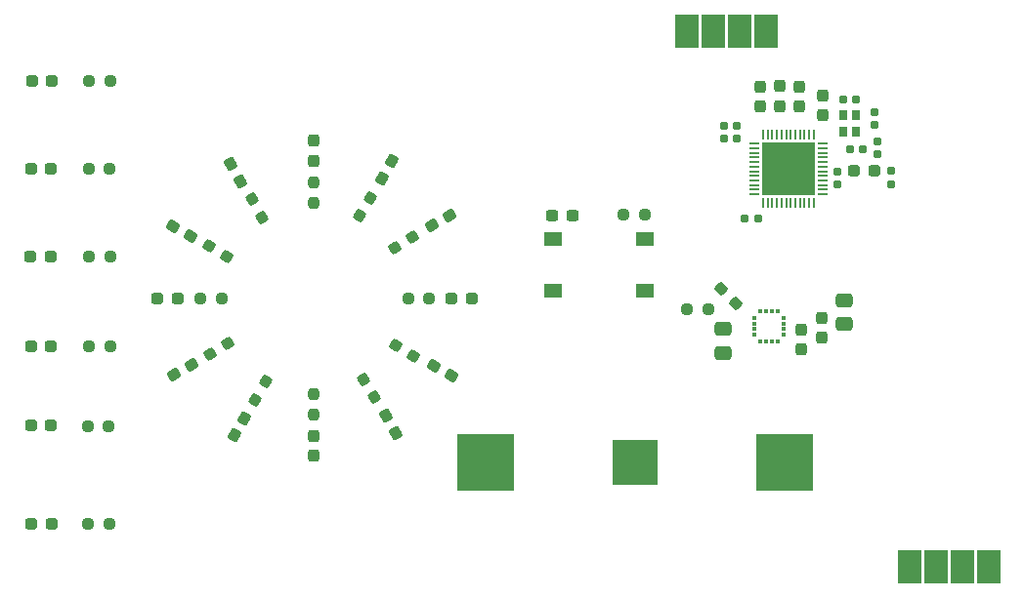
<source format=gbr>
%TF.GenerationSoftware,KiCad,Pcbnew,7.0.6*%
%TF.CreationDate,2024-12-04T01:06:54+01:00*%
%TF.ProjectId,nRF52832_visitcard,6e524635-3238-4333-925f-766973697463,v0.1*%
%TF.SameCoordinates,Original*%
%TF.FileFunction,Soldermask,Top*%
%TF.FilePolarity,Negative*%
%FSLAX46Y46*%
G04 Gerber Fmt 4.6, Leading zero omitted, Abs format (unit mm)*
G04 Created by KiCad (PCBNEW 7.0.6) date 2024-12-04 01:06:54*
%MOMM*%
%LPD*%
G01*
G04 APERTURE LIST*
G04 Aperture macros list*
%AMRoundRect*
0 Rectangle with rounded corners*
0 $1 Rounding radius*
0 $2 $3 $4 $5 $6 $7 $8 $9 X,Y pos of 4 corners*
0 Add a 4 corners polygon primitive as box body*
4,1,4,$2,$3,$4,$5,$6,$7,$8,$9,$2,$3,0*
0 Add four circle primitives for the rounded corners*
1,1,$1+$1,$2,$3*
1,1,$1+$1,$4,$5*
1,1,$1+$1,$6,$7*
1,1,$1+$1,$8,$9*
0 Add four rect primitives between the rounded corners*
20,1,$1+$1,$2,$3,$4,$5,0*
20,1,$1+$1,$4,$5,$6,$7,0*
20,1,$1+$1,$6,$7,$8,$9,0*
20,1,$1+$1,$8,$9,$2,$3,0*%
G04 Aperture macros list end*
%ADD10R,0.450000X0.300000*%
%ADD11R,0.300000X0.450000*%
%ADD12RoundRect,0.250000X-0.475000X0.337500X-0.475000X-0.337500X0.475000X-0.337500X0.475000X0.337500X0*%
%ADD13RoundRect,0.237500X0.344715X-0.008839X-0.008839X0.344715X-0.344715X0.008839X0.008839X-0.344715X0*%
%ADD14RoundRect,0.237500X-0.237500X0.250000X-0.237500X-0.250000X0.237500X-0.250000X0.237500X0.250000X0*%
%ADD15RoundRect,0.237500X0.237500X-0.250000X0.237500X0.250000X-0.237500X0.250000X-0.237500X-0.250000X0*%
%ADD16RoundRect,0.155000X-0.155000X0.212500X-0.155000X-0.212500X0.155000X-0.212500X0.155000X0.212500X0*%
%ADD17R,4.600000X4.600000*%
%ADD18RoundRect,0.050000X-0.050000X-0.350000X0.050000X-0.350000X0.050000X0.350000X-0.050000X0.350000X0*%
%ADD19RoundRect,0.050000X-0.350000X-0.050000X0.350000X-0.050000X0.350000X0.050000X-0.350000X0.050000X0*%
%ADD20RoundRect,0.237500X-0.130232X-0.349431X0.367732X-0.061931X0.130232X0.349431X-0.367732X0.061931X0*%
%ADD21RoundRect,0.237500X0.250000X0.237500X-0.250000X0.237500X-0.250000X-0.237500X0.250000X-0.237500X0*%
%ADD22RoundRect,0.237500X-0.287500X-0.237500X0.287500X-0.237500X0.287500X0.237500X-0.287500X0.237500X0*%
%ADD23RoundRect,0.237500X-0.250000X-0.237500X0.250000X-0.237500X0.250000X0.237500X-0.250000X0.237500X0*%
%ADD24RoundRect,0.237500X0.237500X-0.300000X0.237500X0.300000X-0.237500X0.300000X-0.237500X-0.300000X0*%
%ADD25RoundRect,0.237500X-0.330681X0.097756X-0.080681X-0.335256X0.330681X-0.097756X0.080681X0.335256X0*%
%ADD26RoundRect,0.155000X0.155000X-0.212500X0.155000X0.212500X-0.155000X0.212500X-0.155000X-0.212500X0*%
%ADD27RoundRect,0.237500X-0.237500X0.287500X-0.237500X-0.287500X0.237500X-0.287500X0.237500X0.287500X0*%
%ADD28RoundRect,0.237500X0.237500X-0.287500X0.237500X0.287500X-0.237500X0.287500X-0.237500X-0.287500X0*%
%ADD29RoundRect,0.237500X0.349431X-0.130232X0.061931X0.367732X-0.349431X0.130232X-0.061931X-0.367732X0*%
%ADD30RoundRect,0.237500X0.287500X0.237500X-0.287500X0.237500X-0.287500X-0.237500X0.287500X-0.237500X0*%
%ADD31RoundRect,0.237500X-0.335256X-0.080681X0.097756X-0.330681X0.335256X0.080681X-0.097756X0.330681X0*%
%ADD32RoundRect,0.237500X-0.237500X0.300000X-0.237500X-0.300000X0.237500X-0.300000X0.237500X0.300000X0*%
%ADD33R,0.800000X0.900000*%
%ADD34RoundRect,0.237500X0.335256X0.080681X-0.097756X0.330681X-0.335256X-0.080681X0.097756X-0.330681X0*%
%ADD35R,2.000000X3.000000*%
%ADD36RoundRect,0.155000X0.212500X0.155000X-0.212500X0.155000X-0.212500X-0.155000X0.212500X-0.155000X0*%
%ADD37RoundRect,0.237500X0.367732X0.061931X-0.130232X0.349431X-0.367732X-0.061931X0.130232X-0.349431X0*%
%ADD38RoundRect,0.237500X0.061931X-0.367732X0.349431X0.130232X-0.061931X0.367732X-0.349431X-0.130232X0*%
%ADD39RoundRect,0.237500X-0.080681X0.335256X-0.330681X-0.097756X0.080681X-0.335256X0.330681X0.097756X0*%
%ADD40RoundRect,0.237500X-0.367732X-0.061931X0.130232X-0.349431X0.367732X0.061931X-0.130232X0.349431X0*%
%ADD41RoundRect,0.155000X-0.212500X-0.155000X0.212500X-0.155000X0.212500X0.155000X-0.212500X0.155000X0*%
%ADD42RoundRect,0.237500X-0.061931X0.367732X-0.349431X-0.130232X0.061931X-0.367732X0.349431X0.130232X0*%
%ADD43RoundRect,0.237500X-0.300000X-0.237500X0.300000X-0.237500X0.300000X0.237500X-0.300000X0.237500X0*%
%ADD44RoundRect,0.237500X0.097756X0.330681X-0.335256X0.080681X-0.097756X-0.330681X0.335256X-0.080681X0*%
%ADD45RoundRect,0.237500X-0.349431X0.130232X-0.061931X-0.367732X0.349431X-0.130232X0.061931X0.367732X0*%
%ADD46RoundRect,0.237500X0.130232X0.349431X-0.367732X0.061931X-0.130232X-0.349431X0.367732X-0.061931X0*%
%ADD47R,5.000000X5.000000*%
%ADD48R,4.000000X4.000000*%
%ADD49RoundRect,0.237500X-0.097756X-0.330681X0.335256X-0.080681X0.097756X0.330681X-0.335256X0.080681X0*%
%ADD50R,1.550000X1.300000*%
%ADD51RoundRect,0.237500X0.080681X-0.335256X0.330681X0.097756X-0.080681X0.335256X-0.330681X-0.097756X0*%
%ADD52RoundRect,0.237500X0.330681X-0.097756X0.080681X0.335256X-0.330681X0.097756X-0.080681X-0.335256X0*%
G04 APERTURE END LIST*
D10*
%TO.C,U2*%
X165572600Y-106680000D03*
X165572600Y-107180000D03*
X165572600Y-107680000D03*
X165572600Y-108180000D03*
D11*
X166097600Y-108705000D03*
X166597600Y-108705000D03*
X167097600Y-108705000D03*
X167597600Y-108705000D03*
D10*
X168122600Y-108180000D03*
X168122600Y-107680000D03*
X168122600Y-107180000D03*
X168122600Y-106680000D03*
D11*
X167597600Y-106155000D03*
X167097600Y-106155000D03*
X166597600Y-106155000D03*
X166097600Y-106155000D03*
%TD*%
D12*
%TO.C,C16*%
X173380400Y-105159900D03*
X173380400Y-107234900D03*
%TD*%
D13*
%TO.C,R2*%
X163992635Y-105420235D03*
X162702165Y-104129765D03*
%TD*%
D14*
%TO.C,R15*%
X127355600Y-113285900D03*
X127355600Y-115110900D03*
%TD*%
D15*
%TO.C,R14*%
X127406400Y-96746700D03*
X127406400Y-94921700D03*
%TD*%
D16*
%TO.C,C15*%
X177393600Y-93962600D03*
X177393600Y-95097600D03*
%TD*%
D17*
%TO.C,U1*%
X168529000Y-93770800D03*
D18*
X166329000Y-90820800D03*
X166729000Y-90820800D03*
X167129000Y-90820800D03*
X167529000Y-90820800D03*
X167929000Y-90820800D03*
X168329000Y-90820800D03*
X168729000Y-90820800D03*
X169129000Y-90820800D03*
X169529000Y-90820800D03*
X169929000Y-90820800D03*
X170329000Y-90820800D03*
X170729000Y-90820800D03*
D19*
X171479000Y-91570800D03*
X171479000Y-91970800D03*
X171479000Y-92370800D03*
X171479000Y-92770800D03*
X171479000Y-93170800D03*
X171479000Y-93570800D03*
X171479000Y-93970800D03*
X171479000Y-94370800D03*
X171479000Y-94770800D03*
X171479000Y-95170800D03*
X171479000Y-95570800D03*
X171479000Y-95970800D03*
D18*
X170729000Y-96720800D03*
X170329000Y-96720800D03*
X169929000Y-96720800D03*
X169529000Y-96720800D03*
X169129000Y-96720800D03*
X168729000Y-96720800D03*
X168329000Y-96720800D03*
X167929000Y-96720800D03*
X167529000Y-96720800D03*
X167129000Y-96720800D03*
X166729000Y-96720800D03*
X166329000Y-96720800D03*
D19*
X165579000Y-95970800D03*
X165579000Y-95570800D03*
X165579000Y-95170800D03*
X165579000Y-94770800D03*
X165579000Y-94370800D03*
X165579000Y-93970800D03*
X165579000Y-93570800D03*
X165579000Y-93170800D03*
X165579000Y-92770800D03*
X165579000Y-92370800D03*
X165579000Y-91970800D03*
X165579000Y-91570800D03*
%TD*%
D20*
%TO.C,D9*%
X115299056Y-111644400D03*
X116814600Y-110769400D03*
%TD*%
D21*
%TO.C,R5*%
X109775000Y-109143800D03*
X107950000Y-109143800D03*
%TD*%
D22*
%TO.C,D16*%
X102898000Y-109143800D03*
X104648000Y-109143800D03*
%TD*%
D23*
%TO.C,R21*%
X154256100Y-97739200D03*
X156081100Y-97739200D03*
%TD*%
D24*
%TO.C,C2*%
X171475400Y-89102100D03*
X171475400Y-87377100D03*
%TD*%
D25*
%TO.C,R17*%
X131699000Y-112014000D03*
X132611500Y-113594496D03*
%TD*%
D22*
%TO.C,D17*%
X102898000Y-116052600D03*
X104648000Y-116052600D03*
%TD*%
D26*
%TO.C,C6*%
X175971200Y-89975500D03*
X175971200Y-88840500D03*
%TD*%
D22*
%TO.C,D14*%
X102898000Y-93751400D03*
X104648000Y-93751400D03*
%TD*%
D27*
%TO.C,D1*%
X127381000Y-91341000D03*
X127381000Y-93091000D03*
%TD*%
D28*
%TO.C,L2*%
X167767000Y-88350000D03*
X167767000Y-86600000D03*
%TD*%
D24*
%TO.C,C3*%
X169468800Y-88339000D03*
X169468800Y-86614000D03*
%TD*%
D29*
%TO.C,D6*%
X134498700Y-116657972D03*
X133623700Y-115142428D03*
%TD*%
D30*
%TO.C,D4*%
X141094400Y-105054400D03*
X139344400Y-105054400D03*
%TD*%
D31*
%TO.C,R19*%
X134467600Y-109067600D03*
X136048096Y-109980100D03*
%TD*%
D12*
%TO.C,C11*%
X162890200Y-107670600D03*
X162890200Y-109745600D03*
%TD*%
D32*
%TO.C,C9*%
X171373800Y-106682200D03*
X171373800Y-108407200D03*
%TD*%
D22*
%TO.C,L3*%
X174210800Y-93958400D03*
X175960800Y-93958400D03*
%TD*%
%TO.C,D15*%
X102847200Y-101396800D03*
X104597200Y-101396800D03*
%TD*%
D33*
%TO.C,Y1*%
X174387600Y-90539800D03*
X174387600Y-89139800D03*
X173287600Y-89139800D03*
X173287600Y-90539800D03*
%TD*%
D34*
%TO.C,R10*%
X119865448Y-101395850D03*
X118284952Y-100483350D03*
%TD*%
D35*
%TO.C,J1*%
X185877200Y-128270000D03*
X183591200Y-128270000D03*
X181305200Y-128270000D03*
X179019200Y-128270000D03*
%TD*%
D36*
%TO.C,C4*%
X165896100Y-98044000D03*
X164761100Y-98044000D03*
%TD*%
D21*
%TO.C,R4*%
X109622600Y-116128800D03*
X107797600Y-116128800D03*
%TD*%
D37*
%TO.C,D5*%
X139285144Y-111720600D03*
X137769600Y-110845600D03*
%TD*%
D32*
%TO.C,C10*%
X169646600Y-109446400D03*
X169646600Y-107721400D03*
%TD*%
D22*
%TO.C,D18*%
X102909400Y-124587000D03*
X104659400Y-124587000D03*
%TD*%
D36*
%TO.C,C14*%
X174998000Y-92100400D03*
X173863000Y-92100400D03*
%TD*%
D22*
%TO.C,D13*%
X102960200Y-86156800D03*
X104710200Y-86156800D03*
%TD*%
D28*
%TO.C,D7*%
X127381000Y-118666200D03*
X127381000Y-116916200D03*
%TD*%
D21*
%TO.C,R3*%
X109675300Y-124561600D03*
X107850300Y-124561600D03*
%TD*%
D38*
%TO.C,D8*%
X120486200Y-116907744D03*
X121361200Y-115392200D03*
%TD*%
D39*
%TO.C,R13*%
X123239850Y-112239752D03*
X122327350Y-113820248D03*
%TD*%
D16*
%TO.C,C13*%
X176250600Y-91389200D03*
X176250600Y-92524200D03*
%TD*%
D36*
%TO.C,C8*%
X164050600Y-90068400D03*
X162915600Y-90068400D03*
%TD*%
D21*
%TO.C,R6*%
X109775000Y-101371400D03*
X107950000Y-101371400D03*
%TD*%
%TO.C,R7*%
X109698800Y-93726000D03*
X107873800Y-93726000D03*
%TD*%
D40*
%TO.C,D11*%
X115167828Y-98749500D03*
X116683372Y-99624500D03*
%TD*%
D41*
%TO.C,C5*%
X173270100Y-87757000D03*
X174405100Y-87757000D03*
%TD*%
D42*
%TO.C,D2*%
X134191050Y-93066980D03*
X133316050Y-94582524D03*
%TD*%
D23*
%TO.C,R20*%
X135559800Y-105054400D03*
X137384800Y-105054400D03*
%TD*%
D43*
%TO.C,C12*%
X148083100Y-97790000D03*
X149808100Y-97790000D03*
%TD*%
D44*
%TO.C,R11*%
X119967048Y-108941550D03*
X118386552Y-109854050D03*
%TD*%
D45*
%TO.C,D12*%
X120192800Y-93319600D03*
X121067800Y-94835144D03*
%TD*%
D22*
%TO.C,D10*%
X113856800Y-105029000D03*
X115606800Y-105029000D03*
%TD*%
D35*
%TO.C,J2*%
X159766000Y-81788000D03*
X162052000Y-81788000D03*
X164338000Y-81788000D03*
X166624000Y-81788000D03*
%TD*%
D46*
%TO.C,D3*%
X139118648Y-97790950D03*
X137603104Y-98665950D03*
%TD*%
D36*
%TO.C,C1*%
X164067300Y-91135200D03*
X162932300Y-91135200D03*
%TD*%
D47*
%TO.C,BT1*%
X168194800Y-119278400D03*
X142294800Y-119278400D03*
D48*
X155244800Y-119278400D03*
%TD*%
D49*
%TO.C,R18*%
X134388552Y-100583050D03*
X135969048Y-99670550D03*
%TD*%
D50*
%TO.C,SW1*%
X148145600Y-99858000D03*
X156095600Y-99858000D03*
X148145600Y-104358000D03*
X156095600Y-104358000D03*
%TD*%
D21*
%TO.C,R1*%
X161592900Y-105943400D03*
X159767900Y-105943400D03*
%TD*%
%TO.C,R9*%
X119403500Y-104978200D03*
X117578500Y-104978200D03*
%TD*%
D51*
%TO.C,R16*%
X131394200Y-97840800D03*
X132306700Y-96260304D03*
%TD*%
D21*
%TO.C,R8*%
X109753400Y-86156800D03*
X107928400Y-86156800D03*
%TD*%
D16*
%TO.C,C7*%
X172799800Y-93975100D03*
X172799800Y-95110100D03*
%TD*%
D27*
%TO.C,L1*%
X166090600Y-86614000D03*
X166090600Y-88364000D03*
%TD*%
D52*
%TO.C,R12*%
X122934100Y-97948096D03*
X122021600Y-96367600D03*
%TD*%
M02*

</source>
